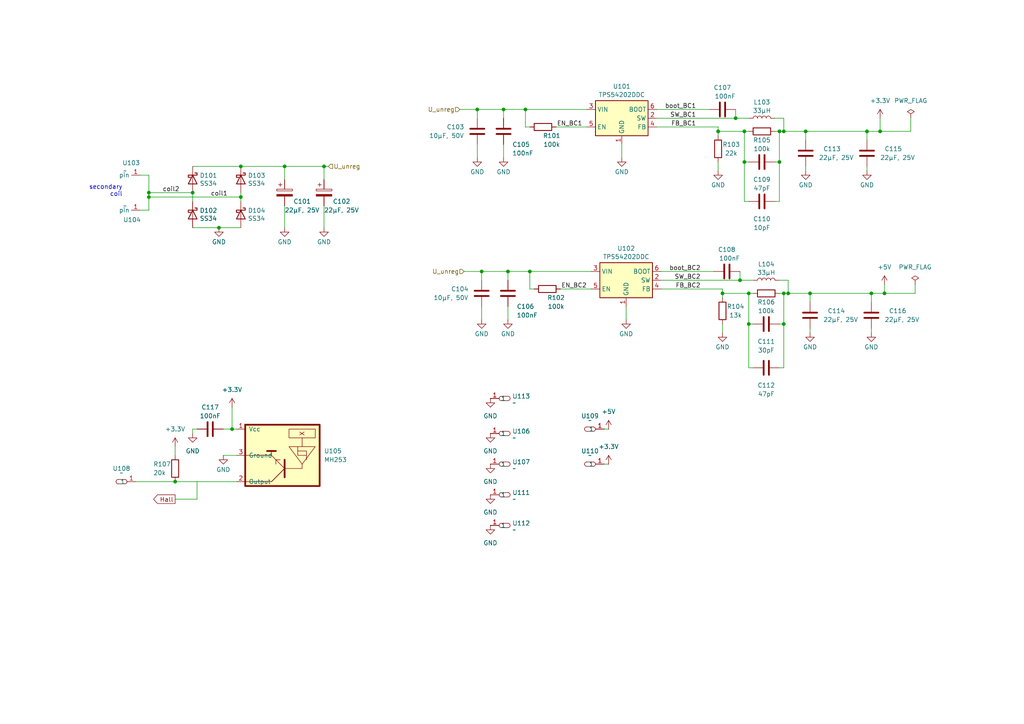
<source format=kicad_sch>
(kicad_sch (version 20231120) (generator "eeschema") (generator_version "8.0")
  (paper "A4")
  (lib_symbols
    (symbol "+3.3V_1" (power) (pin_numbers hide) (pin_names (offset 0) hide)
      (property "Value" "+3.3V" (at 0 3.556 0))
      (symbol "+3.3V_1_0_1"
        (polyline (pts (xy -0.762 1.27) (xy 0 2.54)))
        (polyline (pts (xy 0 0) (xy 0 2.54)))
        (polyline (pts (xy 0 2.54) (xy 0.762 1.27)))
      )
      (symbol "+3.3V_1_1_1"
        (pin power_in line (at 0 0 90) (length 0) (name "~") (number "1"))
      )
    )
    (symbol "+5V_1" (power) (pin_numbers hide) (pin_names (offset 0) hide)
      (property "Value" "+5V" (at 0 3.556 0))
      (symbol "+5V_1_0_1"
        (polyline (pts (xy -0.762 1.27) (xy 0 2.54)))
        (polyline (pts (xy 0 0) (xy 0 2.54)))
        (polyline (pts (xy 0 2.54) (xy 0.762 1.27)))
      )
      (symbol "+5V_1_1_1"
        (pin power_in line (at 0 0 90) (length 0) (name "~") (number "1"))
      )
    )
    (symbol "D_Schottky_1" (pin_numbers hide) (pin_names (offset 1.016) hide)
      (property "Reference" "D201" (at -1.1684 2.032 90))
      (property "Value" "SS34" (at 1.143 2.032 90))
      (symbol "D_Schottky_1_0_1"
        (polyline (pts (xy 1.27 0) (xy -1.27 0)))
        (polyline (pts (xy 1.27 1.27) (xy 1.27 -1.27) (xy -1.27 0) (xy 1.27 1.27)) (stroke (width 0.254)))
        (polyline (pts (xy -1.905 0.635) (xy -1.905 1.27) (xy -1.27 1.27) (xy -1.27 -1.27) (xy -0.635 -1.27) (xy -0.635 -0.635)) (stroke (width 0.254)))
      )
      (symbol "D_Schottky_1_1_1"
        (pin passive line (at -3.81 0 0) (length 2.54) (name "K") (number "1"))
        (pin passive line (at 3.81 0 180) (length 2.54) (name "A") (number "2"))
      )
    )
    (symbol "Device:C" (pin_numbers hide) (pin_names (offset 0.254))
      (property "Reference" "C" (at 0.635 2.54 0))
      (property "Value" "C" (at 0.635 -2.54 0))
      (symbol "C_0_1"
        (polyline (pts (xy -2.032 -0.762) (xy 2.032 -0.762)) (stroke (width 0.508)))
        (polyline (pts (xy -2.032 0.762) (xy 2.032 0.762)) (stroke (width 0.508)))
      )
      (symbol "C_1_1"
        (pin passive line (at 0 3.81 270) (length 2.794) (name "~") (number "1"))
        (pin passive line (at 0 -3.81 90) (length 2.794) (name "~") (number "2"))
      )
    )
    (symbol "Device:D_Schottky" (pin_numbers hide) (pin_names (offset 1.016) hide)
      (property "Reference" "D" (at 0 2.54 0))
      (property "Value" "D_Schottky" (at 0 -2.54 0))
      (symbol "D_Schottky_0_1"
        (polyline (pts (xy 1.27 0) (xy -1.27 0)))
        (polyline (pts (xy 1.27 1.27) (xy 1.27 -1.27) (xy -1.27 0) (xy 1.27 1.27)) (stroke (width 0.254)))
        (polyline (pts (xy -1.905 0.635) (xy -1.905 1.27) (xy -1.27 1.27) (xy -1.27 -1.27) (xy -0.635 -1.27) (xy -0.635 -0.635)) (stroke (width 0.254)))
      )
      (symbol "D_Schottky_1_1"
        (pin passive line (at -3.81 0 0) (length 2.54) (name "K") (number "1"))
        (pin passive line (at 3.81 0 180) (length 2.54) (name "A") (number "2"))
      )
    )
    (symbol "Device:L" (pin_numbers hide) (pin_names (offset 1.016) hide)
      (property "Reference" "L" (at -1.27 0 90))
      (property "Value" "L" (at 1.905 0 90))
      (symbol "L_0_1"
        (arc (start 0 -2.54) (mid 0.6323 -1.905) (end 0 -1.27))
        (arc (start 0 -1.27) (mid 0.6323 -0.635) (end 0 0))
        (arc (start 0 0) (mid 0.6323 0.635) (end 0 1.27))
        (arc (start 0 1.27) (mid 0.6323 1.905) (end 0 2.54))
      )
      (symbol "L_1_1"
        (pin passive line (at 0 3.81 270) (length 1.27) (name "1") (number "1"))
        (pin passive line (at 0 -3.81 90) (length 1.27) (name "2") (number "2"))
      )
    )
    (symbol "Device:R" (pin_numbers hide) (pin_names (offset 0))
      (property "Reference" "R" (at 2.032 0 90))
      (property "Value" "R" (at 0 0 90))
      (symbol "R_0_1"
        (rectangle (start -1.016 -2.54) (end 1.016 2.54) (stroke (width 0.254)))
      )
      (symbol "R_1_1"
        (pin passive line (at 0 3.81 270) (length 1.27) (name "~") (number "1"))
        (pin passive line (at 0 -3.81 90) (length 1.27) (name "~") (number "2"))
      )
    )
    (symbol "GND_1" (power) (pin_numbers hide) (pin_names (offset 0) hide)
      (property "Value" "GND" (at 0 -3.81 0))
      (symbol "GND_1_0_1"
        (polyline (pts (xy 0 0) (xy 0 -1.27) (xy 1.27 -1.27) (xy 0 -2.54) (xy -1.27 -1.27) (xy 0 -1.27)))
      )
      (symbol "GND_1_1_1"
        (pin power_in line (at 0 0 270) (length 0) (name "~") (number "1"))
      )
    )
    (symbol "GND_2" (power) (pin_numbers hide) (pin_names (offset 0) hide)
      (property "Value" "GND" (at 0 -3.81 0))
      (symbol "GND_2_0_1"
        (polyline (pts (xy 0 0) (xy 0 -1.27) (xy 1.27 -1.27) (xy 0 -2.54) (xy -1.27 -1.27) (xy 0 -1.27)))
      )
      (symbol "GND_2_1_1"
        (pin power_in line (at 0 0 270) (length 0) (name "~") (number "1"))
      )
    )
    (symbol "RD40_display_SMD-rescue:CP-Device" (pin_numbers hide) (pin_names (offset 0.254))
      (property "Reference" "C" (at 0.635 2.54 0))
      (property "Value" "Device_CP" (at 0.635 -2.54 0))
      (symbol "CP-Device_0_1"
        (rectangle (start -2.286 0.508) (end 2.286 1.016))
        (polyline (pts (xy -1.778 2.286) (xy -0.762 2.286)))
        (polyline (pts (xy -1.27 2.794) (xy -1.27 1.778)))
        (rectangle (start 2.286 -0.508) (end -2.286 -1.016) (fill (type outline)))
      )
      (symbol "CP-Device_1_1"
        (pin passive line (at 0 3.81 270) (length 2.794) (name "~") (number "1"))
        (pin passive line (at 0 -3.81 90) (length 2.794) (name "~") (number "2"))
      )
    )
    (symbol "Regulator_Switching:TPS54202DDC"
      (property "Reference" "U" (at -7.62 6.35 0))
      (property "Value" "TPS54202DDC" (at 0 6.35 0))
      (symbol "TPS54202DDC_0_1"
        (rectangle (start -7.62 5.08) (end 7.62 -5.08) (stroke (width 0.254)) (fill (type background)))
      )
      (symbol "TPS54202DDC_1_1"
        (pin power_in line (at 0 -7.62 90) (length 2.54) (name "GND") (number "1"))
        (pin power_out line (at 10.16 0 180) (length 2.54) (name "SW") (number "2"))
        (pin power_in line (at -10.16 2.54 0) (length 2.54) (name "VIN") (number "3"))
        (pin input line (at 10.16 -2.54 180) (length 2.54) (name "FB") (number "4"))
        (pin input line (at -10.16 -2.54 0) (length 2.54) (name "EN") (number "5"))
        (pin passive line (at 10.16 2.54 180) (length 2.54) (name "BOOT") (number "6"))
      )
    )
    (symbol "a3144:MH253" (pin_names (offset 1.016))
      (property "Reference" "U" (at -1.27 3.81 0))
      (property "Value" "MH253" (at -1.27 1.27 0))
      (symbol "MH253_0_0"
        (polyline (pts (xy -2.54 -13.97) (xy -2.54 -16.51)) (stroke (width 0.508)))
        (polyline (pts (xy -1.27 -17.78) (xy -1.27 -22.86)))
        (polyline (pts (xy -1.27 -15.24) (xy -2.54 -15.24)))
        (polyline (pts (xy -1.27 -15.24) (xy -1.27 -17.78)))
        (polyline (pts (xy 0 -11.43) (xy 5.08 -11.43)) (stroke (width 0.508)))
        (polyline (pts (xy 2.54 -11.43) (xy 6.35 -15.24)))
        (polyline (pts (xy 6.35 -17.78) (xy 6.35 -22.86)))
        (polyline (pts (xy 6.35 -15.24) (xy 6.35 -17.78)))
        (polyline (pts (xy 1.27 -6.35) (xy 2.54 -6.35) (xy 2.54 -11.43)))
        (polyline (pts (xy 0 -13.97) (xy 1.27 -13.97) (xy 0 -13.97) (xy 0 -12.7)))
        (polyline (pts (xy 2.54 -11.43) (xy -1.27 -15.24) (xy 2.54 -11.43) (xy 6.35 -15.24)))
        (polyline (pts (xy -10.16 -22.86) (xy 7.62 -22.86) (xy 7.62 -1.27) (xy -10.16 -1.27) (xy -10.16 -22.86)) (stroke (width 0.508)) (fill (type background)))
        (text "X" (at -7.62 -6.35 0) (effects (font (size 1.27 1.27))))
      )
      (symbol "MH253_0_1"
        (polyline (pts (xy -3.81 -6.35) (xy -6.35 -6.35)))
        (polyline (pts (xy 1.27 -6.35) (xy -3.81 -2.54) (xy -3.81 -10.16) (xy 1.27 -6.35)))
        (polyline (pts (xy -6.35 -2.54) (xy -8.89 -2.54) (xy -8.89 -10.16) (xy -6.35 -10.16) (xy -6.35 -2.54)))
        (polyline (pts (xy -3.81 -7.62) (xy -1.27 -7.62) (xy -1.27 -5.08) (xy 0 -5.08) (xy -2.54 -5.08) (xy -2.54 -7.62) (xy -2.54 -6.35) (xy -2.54 -7.62)))
      )
      (symbol "MH253_1_1"
        (pin input line (at -8.89 -25.4 90) (length 2.54) (name "Vcc") (number "1"))
        (pin input line (at 6.35 -25.4 90) (length 2.54) (name "Output") (number "2"))
        (pin input line (at -1.27 -25.4 90) (length 2.54) (name "Ground") (number "3"))
      )
    )
    (symbol "my_symbols:pin"
      (property "Reference" "U" (at 0 2.286 0))
      (symbol "pin_1_1"
        (pin input line (at -2.54 0 0) (length 2.54) (name "pin") (number "1"))
      )
    )
    (symbol "my_symbols:slot1"
      (property "Reference" "U" (at 0 3.302 0))
      (symbol "slot1_0_1"
        (polyline (pts (xy 0.635 -0.635) (xy 2.54 -0.635)))
        (polyline (pts (xy 0.635 0.635) (xy 2.54 0.635)))
        (arc (start 0 0) (mid 0.186 -0.449) (end 0.635 -0.635))
        (arc (start 0.635 0.635) (mid 0.186 0.449) (end 0 0))
        (arc (start 2.54 -0.635) (mid 2.989 -0.449) (end 3.175 0))
        (arc (start 3.175 0) (mid 2.989 0.449) (end 2.54 0.635))
      )
      (symbol "slot1_1_1"
        (pin input line (at -2.54 0 0) (length 2.54) (name "1") (number "1"))
      )
    )
    (symbol "power:+3.3V" (power) (pin_names (offset 0))
      (property "Value" "+3.3V" (at 0 3.556 0))
      (symbol "+3.3V_0_1"
        (polyline (pts (xy -0.762 1.27) (xy 0 2.54)))
        (polyline (pts (xy 0 0) (xy 0 2.54)))
        (polyline (pts (xy 0 2.54) (xy 0.762 1.27)))
      )
      (symbol "+3.3V_1_1"
        (pin power_in line (at 0 0 90) (length 0) hide (name "+3.3V") (number "1"))
      )
    )
    (symbol "power:+5V" (power) (pin_names (offset 0))
      (property "Value" "+5V" (at 0 3.556 0))
      (symbol "+5V_0_1"
        (polyline (pts (xy -0.762 1.27) (xy 0 2.54)))
        (polyline (pts (xy 0 0) (xy 0 2.54)))
        (polyline (pts (xy 0 2.54) (xy 0.762 1.27)))
      )
      (symbol "+5V_1_1"
        (pin power_in line (at 0 0 90) (length 0) hide (name "+5V") (number "1"))
      )
    )
    (symbol "power:GND" (power) (pin_names (offset 0))
      (property "Value" "GND" (at 0 -3.81 0))
      (symbol "GND_0_1"
        (polyline (pts (xy 0 0) (xy 0 -1.27) (xy 1.27 -1.27) (xy 0 -2.54) (xy -1.27 -1.27) (xy 0 -1.27)))
      )
      (symbol "GND_1_1"
        (pin power_in line (at 0 0 270) (length 0) hide (name "GND") (number "1"))
      )
    )
    (symbol "power:PWR_FLAG" (power) (pin_numbers hide) (pin_names (offset 0) hide)
      (property "Value" "PWR_FLAG" (at 0 3.81 0))
      (symbol "PWR_FLAG_0_0"
        (pin power_out line (at 0 0 90) (length 0) (name "pwr") (number "1"))
      )
      (symbol "PWR_FLAG_0_1"
        (polyline (pts (xy 0 0) (xy 0 1.27) (xy -1.016 1.905) (xy 0 2.54) (xy 1.016 1.905) (xy 0 1.27)))
      )
    )
  )
  (junction (at 138.43 31.75))
  (junction (at 215.9 46.99))
  (junction (at 152.4 31.75))
  (junction (at 208.28 38.1))
  (junction (at 43.18 57.15))
  (junction (at 67.31 124.46))
  (junction (at 228.6 85.09))
  (junction (at 82.55 48.26))
  (junction (at 55.88 55.88))
  (junction (at 93.98 48.26))
  (junction (at 50.8 139.7))
  (junction (at 213.36 34.29))
  (junction (at 217.17 93.98))
  (junction (at 234.95 85.09))
  (junction (at 256.54 85.09))
  (junction (at 153.67 78.74))
  (junction (at 226.06 46.99))
  (junction (at 43.18 55.88))
  (junction (at 214.63 81.28))
  (junction (at 215.9 38.1))
  (junction (at 227.33 93.98))
  (junction (at 217.17 85.09))
  (junction (at 139.7 78.74))
  (junction (at 251.46 38.1))
  (junction (at 69.85 48.26))
  (junction (at 227.33 38.1))
  (junction (at 147.32 78.74))
  (junction (at 146.05 31.75))
  (junction (at 209.55 85.09))
  (junction (at 226.06 38.1))
  (junction (at 227.33 85.09))
  (junction (at 69.85 57.15))
  (junction (at 252.73 85.09))
  (junction (at 233.68 38.1))
  (junction (at 63.5 66.04))
  (junction (at 255.27 38.1))
  (wire (pts (xy 214.63 78.74) (xy 214.63 81.28)))
  (wire (pts (xy 191.77 78.74) (xy 207.01 78.74)))
  (wire (pts (xy 227.33 85.09) (xy 226.06 85.09)))
  (wire (pts (xy 43.18 57.15) (xy 69.85 57.15)))
  (wire (pts (xy 154.94 83.82) (xy 153.67 83.82)))
  (wire (pts (xy 252.73 95.25) (xy 252.73 96.52)))
  (wire (pts (xy 213.36 34.29) (xy 217.17 34.29)))
  (wire (pts (xy 57.15 144.78) (xy 57.15 139.7)))
  (wire (pts (xy 39.37 139.7) (xy 50.8 139.7)))
  (wire (pts (xy 233.68 40.64) (xy 233.68 38.1)))
  (wire (pts (xy 43.18 50.8) (xy 40.64 50.8)))
  (wire (pts (xy 209.55 85.09) (xy 217.17 85.09)))
  (wire (pts (xy 217.17 46.99) (xy 215.9 46.99)))
  (wire (pts (xy 234.95 87.63) (xy 234.95 85.09)))
  (wire (pts (xy 67.31 118.11) (xy 67.31 124.46)))
  (wire (pts (xy 215.9 58.42) (xy 215.9 46.99)))
  (wire (pts (xy 55.88 55.88) (xy 43.18 55.88)))
  (wire (pts (xy 226.06 81.28) (xy 228.6 81.28)))
  (wire (pts (xy 217.17 106.68) (xy 217.17 93.98)))
  (wire (pts (xy 252.73 87.63) (xy 252.73 85.09)))
  (wire (pts (xy 175.26 124.46) (xy 176.53 124.46)))
  (wire (pts (xy 215.9 38.1) (xy 217.17 38.1)))
  (wire (pts (xy 146.05 31.75) (xy 152.4 31.75)))
  (wire (pts (xy 175.26 134.62) (xy 176.53 134.62)))
  (wire (pts (xy 139.7 78.74) (xy 139.7 81.28)))
  (wire (pts (xy 43.18 60.96) (xy 43.18 57.15)))
  (wire (pts (xy 226.06 106.68) (xy 227.33 106.68)))
  (wire (pts (xy 234.95 95.25) (xy 234.95 96.52)))
  (wire (pts (xy 50.8 144.78) (xy 57.15 144.78)))
  (wire (pts (xy 227.33 93.98) (xy 227.33 85.09)))
  (wire (pts (xy 218.44 93.98) (xy 217.17 93.98)))
  (wire (pts (xy 55.88 55.88) (xy 55.88 58.42)))
  (wire (pts (xy 93.98 59.69) (xy 93.98 66.04)))
  (wire (pts (xy 152.4 36.83) (xy 153.67 36.83)))
  (wire (pts (xy 55.88 124.46) (xy 57.15 124.46)))
  (wire (pts (xy 146.05 31.75) (xy 146.05 34.29)))
  (wire (pts (xy 147.32 78.74) (xy 147.32 81.28)))
  (wire (pts (xy 226.06 58.42) (xy 226.06 46.99)))
  (wire (pts (xy 217.17 58.42) (xy 215.9 58.42)))
  (wire (pts (xy 133.35 31.75) (xy 138.43 31.75)))
  (wire (pts (xy 214.63 81.28) (xy 218.44 81.28)))
  (wire (pts (xy 208.28 36.83) (xy 208.28 38.1)))
  (wire (pts (xy 190.5 31.75) (xy 205.74 31.75)))
  (wire (pts (xy 208.28 39.37) (xy 208.28 38.1)))
  (wire (pts (xy 139.7 78.74) (xy 147.32 78.74)))
  (wire (pts (xy 69.85 57.15) (xy 69.85 58.42)))
  (wire (pts (xy 209.55 85.09) (xy 209.55 83.82)))
  (wire (pts (xy 224.79 46.99) (xy 226.06 46.99)))
  (wire (pts (xy 55.88 66.04) (xy 63.5 66.04)))
  (wire (pts (xy 217.17 93.98) (xy 217.17 85.09)))
  (wire (pts (xy 256.54 82.55) (xy 256.54 85.09)))
  (wire (pts (xy 153.67 78.74) (xy 171.45 78.74)))
  (wire (pts (xy 228.6 85.09) (xy 227.33 85.09)))
  (wire (pts (xy 138.43 41.91) (xy 138.43 45.72)))
  (wire (pts (xy 215.9 46.99) (xy 215.9 38.1)))
  (wire (pts (xy 93.98 48.26) (xy 93.98 52.07)))
  (wire (pts (xy 227.33 38.1) (xy 226.06 38.1)))
  (wire (pts (xy 64.77 132.08) (xy 68.58 132.08)))
  (wire (pts (xy 264.16 38.1) (xy 255.27 38.1)))
  (wire (pts (xy 251.46 40.64) (xy 251.46 38.1)))
  (wire (pts (xy 255.27 34.29) (xy 255.27 38.1)))
  (wire (pts (xy 226.06 38.1) (xy 224.79 38.1)))
  (wire (pts (xy 234.95 85.09) (xy 228.6 85.09)))
  (wire (pts (xy 64.77 124.46) (xy 67.31 124.46)))
  (wire (pts (xy 153.67 83.82) (xy 153.67 78.74)))
  (wire (pts (xy 209.55 86.36) (xy 209.55 85.09)))
  (wire (pts (xy 208.28 46.99) (xy 208.28 49.53)))
  (wire (pts (xy 213.36 31.75) (xy 213.36 34.29)))
  (wire (pts (xy 251.46 48.26) (xy 251.46 49.53)))
  (wire (pts (xy 82.55 48.26) (xy 82.55 52.07)))
  (wire (pts (xy 138.43 31.75) (xy 138.43 34.29)))
  (wire (pts (xy 161.29 36.83) (xy 170.18 36.83)))
  (wire (pts (xy 134.62 78.74) (xy 139.7 78.74)))
  (wire (pts (xy 69.85 55.88) (xy 69.85 57.15)))
  (wire (pts (xy 251.46 38.1) (xy 233.68 38.1)))
  (wire (pts (xy 146.05 41.91) (xy 146.05 45.72)))
  (wire (pts (xy 40.64 60.96) (xy 43.18 60.96)))
  (wire (pts (xy 228.6 81.28) (xy 228.6 85.09)))
  (wire (pts (xy 43.18 57.15) (xy 43.18 55.88)))
  (wire (pts (xy 252.73 85.09) (xy 234.95 85.09)))
  (wire (pts (xy 233.68 38.1) (xy 227.33 38.1)))
  (wire (pts (xy 265.43 85.09) (xy 265.43 82.55)))
  (wire (pts (xy 208.28 38.1) (xy 215.9 38.1)))
  (wire (pts (xy 181.61 88.9) (xy 181.61 92.71)))
  (wire (pts (xy 63.5 66.04) (xy 69.85 66.04)))
  (wire (pts (xy 226.06 93.98) (xy 227.33 93.98)))
  (wire (pts (xy 191.77 81.28) (xy 214.63 81.28)))
  (wire (pts (xy 233.68 48.26) (xy 233.68 49.53)))
  (wire (pts (xy 190.5 34.29) (xy 213.36 34.29)))
  (wire (pts (xy 251.46 38.1) (xy 255.27 38.1)))
  (wire (pts (xy 217.17 85.09) (xy 218.44 85.09)))
  (wire (pts (xy 69.85 48.26) (xy 82.55 48.26)))
  (wire (pts (xy 209.55 93.98) (xy 209.55 96.52)))
  (wire (pts (xy 139.7 88.9) (xy 139.7 92.71)))
  (wire (pts (xy 226.06 46.99) (xy 226.06 38.1)))
  (wire (pts (xy 55.88 48.26) (xy 69.85 48.26)))
  (wire (pts (xy 224.79 34.29) (xy 227.33 34.29)))
  (wire (pts (xy 264.16 34.29) (xy 264.16 38.1)))
  (wire (pts (xy 162.56 83.82) (xy 171.45 83.82)))
  (wire (pts (xy 138.43 31.75) (xy 146.05 31.75)))
  (wire (pts (xy 82.55 59.69) (xy 82.55 66.04)))
  (wire (pts (xy 180.34 41.91) (xy 180.34 45.72)))
  (wire (pts (xy 43.18 55.88) (xy 43.18 50.8)))
  (wire (pts (xy 152.4 36.83) (xy 152.4 31.75)))
  (wire (pts (xy 252.73 85.09) (xy 256.54 85.09)))
  (wire (pts (xy 82.55 48.26) (xy 93.98 48.26)))
  (wire (pts (xy 67.31 124.46) (xy 68.58 124.46)))
  (wire (pts (xy 147.32 88.9) (xy 147.32 92.71)))
  (wire (pts (xy 50.8 139.7) (xy 68.58 139.7)))
  (wire (pts (xy 152.4 31.75) (xy 170.18 31.75)))
  (wire (pts (xy 256.54 85.09) (xy 265.43 85.09)))
  (wire (pts (xy 50.8 129.54) (xy 50.8 132.08)))
  (wire (pts (xy 218.44 106.68) (xy 217.17 106.68)))
  (wire (pts (xy 227.33 34.29) (xy 227.33 38.1)))
  (wire (pts (xy 208.28 36.83) (xy 190.5 36.83)))
  (wire (pts (xy 55.88 125.73) (xy 55.88 124.46)))
  (wire (pts (xy 147.32 78.74) (xy 153.67 78.74)))
  (wire (pts (xy 209.55 83.82) (xy 191.77 83.82)))
  (wire (pts (xy 227.33 106.68) (xy 227.33 93.98)))
  (wire (pts (xy 224.79 58.42) (xy 226.06 58.42)))
  (wire (pts (xy 93.98 48.26) (xy 95.25 48.26)))
  (text "secondary\ncoil" (at 35.56 57.15 0) (effects (font (size 1.27 1.27)) (justify right bottom)))
  (label "EN_BC2" (at 170.18 83.82 180))
  (label "coil2" (at 52.07 55.88 180))
  (label "coil1" (at 66.04 57.15 180))
  (label "boot_BC1" (at 201.93 31.75 180))
  (label "SW_BC2" (at 203.2 81.28 180))
  (label "FB_BC2" (at 203.2 83.82 180))
  (label "boot_BC2" (at 203.2 78.74 180))
  (label "FB_BC1" (at 201.93 36.83 180))
  (label "EN_BC1" (at 168.91 36.83 180))
  (label "SW_BC1" (at 201.93 34.29 180))
  (global_label "Hall" (shape output) (at 50.8 144.78 180) (property "Intersheetrefs" "${INTERSHEET_REFS}" (effects (hide yes))))
  (hierarchical_label "U_unreg" (shape input) (at 95.25 48.26 0))
  (hierarchical_label "U_unreg" (shape input) (at 133.35 31.75 180))
  (hierarchical_label "U_unreg" (shape input) (at 134.62 78.74 180))
  (symbol (lib_id "Device:D_Schottky") (at 69.85 52.07 270) (unit 1)
    (property "Reference" "D103" (at 71.882 50.9016 90) (effects (justify left)))
    (property "Value" "SS34" (at 71.882 53.213 90) (effects (justify left)))
    (property "Footprint" "my_footprints:DIOM7959X265N" (effects (hide yes)))
    (property "LCSC" "C8678" (effects (hide yes)))
  )
  (symbol (lib_id "Device:C") (at 60.96 124.46 270) (unit 1)
    (property "Reference" "C117" (at 60.96 118.11 90))
    (property "Value" "100nF" (at 60.96 120.65 90))
    (property "Footprint" "Capacitor_SMD:C_0402_1005Metric" (effects (hide yes)))
    (property "LCSC" "C307331" (effects (hide yes)))
  )
  (symbol (lib_id "Device:L") (at 220.98 34.29 90) (unit 1)
    (property "Reference" "L103" (at 220.98 29.6404 90))
    (property "Value" "33µH" (at 220.98 32.0646 90))
    (property "Footprint" "Inductor_SMD:L_Bourns_SRP7028A_7.3x6.6mm" (effects (hide yes)))
    (property "LCSC" "C177245" (effects (hide yes)))
  )
  (symbol (lib_id "Device:C") (at 233.68 44.45 0) (unit 1)
    (property "Reference" "C113" (at 238.76 43.18 0) (effects (justify left)))
    (property "Value" "22µF, 25V" (at 237.49 45.72 0) (effects (justify left)))
    (property "Footprint" "Capacitor_SMD:C_1206_3216Metric" (effects (hide yes)))
    (property "LCSC" "C12891" (effects (hide yes)))
  )
  (symbol (lib_id "power:GND") (at 55.88 125.73 0) (unit 1)
    (property "Reference" "#PWR0119" (effects (hide yes)))
    (property "Value" "GND" (at 55.88 130.81 0))
  )
  (symbol (lib_id "power:GND") (at 138.43 45.72 0) (unit 1)
    (property "Reference" "#PWR0104" (effects (hide yes)))
    (property "Value" "GND" (at 138.43 49.8531 0))
  )
  (symbol (lib_id "power:GND") (at 208.28 49.53 0) (unit 1)
    (property "Reference" "#PWR0110" (effects (hide yes)))
    (property "Value" "GND" (at 208.28 53.6631 0))
  )
  (symbol (lib_id "RD40_display_SMD-rescue:CP-Device") (at 93.98 55.88 0) (unit 1)
    (property "Reference" "C102" (at 96.52 58.42 0) (effects (justify left)))
    (property "Value" "22µF, 25V" (at 93.98 60.96 0) (effects (justify left)))
    (property "Footprint" "Capacitor_SMD:C_0805_2012Metric" (effects (hide yes)))
    (property "LCSC" "C45783" (effects (hide yes)))
  )
  (symbol (lib_id "RD40_display_SMD-rescue:CP-Device") (at 82.55 55.88 0) (unit 1)
    (property "Reference" "C101" (at 85.09 58.42 0) (effects (justify left)))
    (property "Value" "22µF, 25V" (at 82.55 60.96 0) (effects (justify left)))
    (property "Footprint" "Capacitor_SMD:C_0805_2012Metric" (effects (hide yes)))
    (property "LCSC" "C45783" (effects (hide yes)))
  )
  (symbol (lib_id "Device:R") (at 209.55 90.17 180) (unit 1)
    (property "Reference" "R104" (at 213.36 88.9 0))
    (property "Value" "13k" (at 213.36 91.44 0))
    (property "Footprint" "Resistor_SMD:R_0603_1608Metric" (effects (hide yes)))
    (property "LCSC" "C22797" (effects (hide yes)))
  )
  (symbol (lib_id "Device:L") (at 222.25 81.28 90) (unit 1)
    (property "Reference" "L104" (at 222.25 76.6304 90))
    (property "Value" "33µH" (at 222.25 79.0546 90))
    (property "Footprint" "Inductor_SMD:L_Bourns_SRP7028A_7.3x6.6mm" (effects (hide yes)))
    (property "LCSC" "C177245" (effects (hide yes)))
  )
  (symbol (lib_id "Device:R") (at 208.28 43.18 180) (unit 1)
    (property "Reference" "R103" (at 212.09 41.91 0))
    (property "Value" "22k" (at 212.09 44.45 0))
    (property "Footprint" "Resistor_SMD:R_0402_1005Metric" (effects (hide yes)))
    (property "LCSC" "C25768" (effects (hide yes)))
  )
  (symbol (lib_id "Device:C") (at 222.25 106.68 270) (unit 1)
    (property "Reference" "C112" (at 222.25 111.76 90))
    (property "Value" "47pF" (at 222.25 114.3 90))
    (property "Footprint" "Capacitor_SMD:C_0402_1005Metric" (effects (hide yes)))
    (property "LCSC" "C1567" (effects (hide yes)))
  )
  (symbol (lib_id "my_symbols:slot1") (at 144.78 134.62 0) (unit 1)
    (property "Reference" "U107" (at 148.59 133.9849 0) (effects (justify left)))
    (property "Value" "~" (at 148.59 135.89 0) (effects (justify left)))
    (property "Footprint" "my_footprints:slot_short" (effects (hide yes)))
  )
  (symbol (lib_id "Device:C") (at 220.98 46.99 270) (unit 1)
    (property "Reference" "C109" (at 220.98 52.07 90))
    (property "Value" "47pF" (at 220.98 54.61 90))
    (property "Footprint" "Capacitor_SMD:C_0402_1005Metric" (effects (hide yes)))
    (property "LCSC" "C1567" (effects (hide yes)))
  )
  (symbol (lib_id "Device:C") (at 138.43 38.1 0) (unit 1)
    (property "Reference" "C103" (at 129.54 36.83 0) (effects (justify left)))
    (property "Value" "10µF, 50V" (at 124.46 39.37 0) (effects (justify left)))
    (property "Footprint" "Capacitor_SMD:C_1206_3216Metric" (effects (hide yes)))
    (property "LCSC" "C13585" (effects (hide yes)))
  )
  (symbol (lib_id "power:GND") (at 64.77 132.08 0) (unit 1)
    (property "Reference" "#PWR0120" (effects (hide yes)))
    (property "Value" "GND" (at 64.77 136.2131 0))
  )
  (symbol (lib_name "GND_2") (lib_id "power:GND") (at 142.24 134.62 0) (unit 1)
    (property "Reference" "#PWR0123" (effects (hide yes)))
    (property "Value" "GND" (at 142.24 139.7 0))
    (property "Description" "Power symbol creates a global label with name \"GND\" , ground" (effects (hide yes)))
  )
  (symbol (lib_id "power:GND") (at 147.32 92.71 0) (unit 1)
    (property "Reference" "#PWR0107" (effects (hide yes)))
    (property "Value" "GND" (at 147.32 96.8431 0))
  )
  (symbol (lib_id "power:+3.3V") (at 50.8 129.54 0) (unit 1)
    (property "Reference" "#PWR0118" (effects (hide yes)))
    (property "Value" "+3.3V" (at 50.8 124.46 0))
  )
  (symbol (lib_id "Device:C") (at 139.7 85.09 0) (unit 1)
    (property "Reference" "C104" (at 130.81 83.82 0) (effects (justify left)))
    (property "Value" "10µF, 50V" (at 125.73 86.36 0) (effects (justify left)))
    (property "Footprint" "Capacitor_SMD:C_1206_3216Metric" (effects (hide yes)))
    (property "LCSC" "C13585" (effects (hide yes)))
  )
  (symbol (lib_name "GND_1") (lib_id "power:GND") (at 142.24 143.51 0) (unit 1)
    (property "Reference" "#PWR0128" (effects (hide yes)))
    (property "Value" "GND" (at 142.24 148.59 0))
    (property "Description" "Power symbol creates a global label with name \"GND\" , ground" (effects (hide yes)))
  )
  (symbol (lib_name "GND_1") (lib_id "power:GND") (at 142.24 152.4 0) (unit 1)
    (property "Reference" "#PWR0129" (effects (hide yes)))
    (property "Value" "GND" (at 142.24 157.48 0))
    (property "Description" "Power symbol creates a global label with name \"GND\" , ground" (effects (hide yes)))
  )
  (symbol (lib_id "my_symbols:slot1") (at 144.78 143.51 0) (unit 1)
    (property "Reference" "U111" (at 148.59 142.8749 0) (effects (justify left)))
    (property "Value" "~" (at 148.59 144.78 0) (effects (justify left)))
    (property "Footprint" "my_footprints:slot_long" (effects (hide yes)))
  )
  (symbol (lib_id "power:GND") (at 181.61 92.71 0) (unit 1)
    (property "Reference" "#PWR0109" (effects (hide yes)))
    (property "Value" "GND" (at 181.61 96.8431 0))
  )
  (symbol (lib_id "power:GND") (at 234.95 96.52 0) (unit 1)
    (property "Reference" "#PWR0113" (effects (hide yes)))
    (property "Value" "GND" (at 234.95 100.6531 0))
  )
  (symbol (lib_id "my_symbols:slot1") (at 172.72 124.46 180) (unit 1)
    (property "Reference" "U109" (at 171.1325 120.65 0))
    (property "Value" "~" (at 171.1325 121.92 0))
    (property "Footprint" "my_footprints:slot_short" (effects (hide yes)))
  )
  (symbol (lib_id "Device:C") (at 252.73 91.44 0) (unit 1)
    (property "Reference" "C116" (at 257.81 90.17 0) (effects (justify left)))
    (property "Value" "22µF, 25V" (at 256.54 92.71 0) (effects (justify left)))
    (property "Footprint" "Capacitor_SMD:C_1206_3216Metric" (effects (hide yes)))
    (property "LCSC" "C12891" (effects (hide yes)))
  )
  (symbol (lib_id "Device:C") (at 146.05 38.1 0) (unit 1)
    (property "Reference" "C105" (at 148.59 41.91 0) (effects (justify left)))
    (property "Value" "100nF" (at 148.59 44.45 0) (effects (justify left)))
    (property "Footprint" "Capacitor_SMD:C_0402_1005Metric" (effects (hide yes)))
    (property "LCSC" "C307331" (effects (hide yes)))
  )
  (symbol (lib_id "power:GND") (at 233.68 49.53 0) (unit 1)
    (property "Reference" "#PWR0112" (effects (hide yes)))
    (property "Value" "GND" (at 233.68 53.6631 0))
  )
  (symbol (lib_id "a3144:MH253") (at 93.98 133.35 270) (unit 1)
    (property "Reference" "U105" (at 93.98 130.81 90) (effects (justify left)))
    (property "Value" "MH253" (at 93.98 133.35 90) (effects (justify left)))
    (property "Footprint" "my_footprints:MH253" (effects (hide yes)))
    (property "LSCS" "C114369" (effects (hide yes)))
  )
  (symbol (lib_id "power:GND") (at 252.73 96.52 0) (unit 1)
    (property "Reference" "#PWR0115" (effects (hide yes)))
    (property "Value" "GND" (at 252.73 100.6531 0))
  )
  (symbol (lib_id "power:GND") (at 93.98 66.04 0) (unit 1)
    (property "Reference" "#PWR0103" (effects (hide yes)))
    (property "Value" "GND" (at 93.98 70.1731 0))
  )
  (symbol (lib_id "power:GND") (at 209.55 96.52 0) (unit 1)
    (property "Reference" "#PWR0111" (effects (hide yes)))
    (property "Value" "GND" (at 209.55 100.6531 0))
  )
  (symbol (lib_id "Device:R") (at 222.25 85.09 90) (unit 1)
    (property "Reference" "R106" (at 222.25 87.63 90))
    (property "Value" "100k" (at 222.25 90.17 90))
    (property "Footprint" "Resistor_SMD:R_0402_1005Metric" (effects (hide yes)))
    (property "LCSC" "C25741" (effects (hide yes)))
  )
  (symbol (lib_id "Device:C") (at 220.98 58.42 270) (unit 1)
    (property "Reference" "C110" (at 220.98 63.5 90))
    (property "Value" "10pF" (at 220.98 66.04 90))
    (property "Footprint" "Capacitor_SMD:C_0402_1005Metric" (effects (hide yes)))
    (property "LCSC" "C32949" (effects (hide yes)))
  )
  (symbol (lib_name "GND_1") (lib_id "power:GND") (at 142.24 125.73 0) (unit 1)
    (property "Reference" "#PWR0122" (effects (hide yes)))
    (property "Value" "GND" (at 142.24 130.81 0))
    (property "Description" "Power symbol creates a global label with name \"GND\" , ground" (effects (hide yes)))
  )
  (symbol (lib_name "+3.3V_1") (lib_id "power:+3.3V") (at 176.53 134.62 0) (unit 1)
    (property "Reference" "#PWR0125" (effects (hide yes)))
    (property "Value" "+3.3V" (at 176.53 129.54 0))
    (property "Description" "Power symbol creates a global label with name \"+3.3V\"" (effects (hide yes)))
  )
  (symbol (lib_id "Device:R") (at 50.8 135.89 0) (unit 1)
    (property "Reference" "R107" (at 44.45 134.62 0) (effects (justify left)))
    (property "Value" "20k" (at 44.45 137.16 0) (effects (justify left)))
    (property "Footprint" "Resistor_SMD:R_0402_1005Metric" (effects (hide yes)))
    (property "LCSC" "C25765" (effects (hide yes)))
  )
  (symbol (lib_id "Device:C") (at 251.46 44.45 0) (unit 1)
    (property "Reference" "C115" (at 256.54 43.18 0) (effects (justify left)))
    (property "Value" "22µF, 25V" (at 255.27 45.72 0) (effects (justify left)))
    (property "Footprint" "Capacitor_SMD:C_1206_3216Metric" (effects (hide yes)))
    (property "LCSC" "C12891" (effects (hide yes)))
  )
  (symbol (lib_id "my_symbols:slot1") (at 144.78 152.4 0) (unit 1)
    (property "Reference" "U112" (at 148.59 151.7649 0) (effects (justify left)))
    (property "Value" "~" (at 148.59 153.67 0) (effects (justify left)))
    (property "Footprint" "my_footprints:slot_long" (effects (hide yes)))
  )
  (symbol (lib_id "Device:D_Schottky") (at 55.88 62.23 270) (unit 1)
    (property "Reference" "D102" (at 57.912 61.0616 90) (effects (justify left)))
    (property "Value" "SS34" (at 57.912 63.373 90) (effects (justify left)))
    (property "Footprint" "my_footprints:DIOM7959X265N" (effects (hide yes)))
    (property "LCSC" "C8678" (effects (hide yes)))
  )
  (symbol (lib_id "Device:C") (at 234.95 91.44 0) (unit 1)
    (property "Reference" "C114" (at 240.03 90.17 0) (effects (justify left)))
    (property "Value" "22µF, 25V" (at 238.76 92.71 0) (effects (justify left)))
    (property "Footprint" "Capacitor_SMD:C_1206_3216Metric" (effects (hide yes)))
    (property "LCSC" "C12891" (effects (hide yes)))
  )
  (symbol (lib_id "power:+3.3V") (at 255.27 34.29 0) (unit 1)
    (property "Reference" "#PWR0116" (effects (hide yes)))
    (property "Value" "+3.3V" (at 255.27 29.21 0))
  )
  (symbol (lib_id "Device:C") (at 210.82 78.74 90) (unit 1)
    (property "Reference" "C108" (at 213.36 72.39 90) (effects (justify left)))
    (property "Value" "100nF" (at 214.63 74.93 90) (effects (justify left)))
    (property "Footprint" "Capacitor_SMD:C_0402_1005Metric" (effects (hide yes)))
    (property "LCSC" "C307331" (effects (hide yes)))
  )
  (symbol (lib_id "power:GND") (at 251.46 49.53 0) (unit 1)
    (property "Reference" "#PWR0114" (effects (hide yes)))
    (property "Value" "GND" (at 251.46 53.6631 0))
  )
  (symbol (lib_id "power:PWR_FLAG") (at 265.43 82.55 0) (unit 1)
    (property "Reference" "#FLG0102" (effects (hide yes)))
    (property "Value" "PWR_FLAG" (at 265.43 77.47 0))
  )
  (symbol (lib_id "Device:C") (at 147.32 85.09 0) (unit 1)
    (property "Reference" "C106" (at 149.86 88.9 0) (effects (justify left)))
    (property "Value" "100nF" (at 149.86 91.44 0) (effects (justify left)))
    (property "Footprint" "Capacitor_SMD:C_0402_1005Metric" (effects (hide yes)))
    (property "LCSC" "C307331" (effects (hide yes)))
  )
  (symbol (lib_id "power:+3.3V") (at 67.31 118.11 0) (unit 1)
    (property "Reference" "#PWR0121" (effects (hide yes)))
    (property "Value" "+3.3V" (at 67.31 113.03 0))
  )
  (symbol (lib_id "Regulator_Switching:TPS54202DDC") (at 181.61 81.28 0) (unit 1)
    (property "Reference" "U102" (at 181.61 72.0557 0))
    (property "Value" "TPS54202DDC" (at 181.61 74.4799 0))
    (property "Footprint" "Package_TO_SOT_SMD:SOT-23-6" (effects (hide yes)))
    (property "Datasheet" "http://www.ti.com/lit/ds/symlink/tps54202.pdf" (effects (hide yes)))
    (property "LCSC" "C191884" (effects (hide yes)))
  )
  (symbol (lib_id "Regulator_Switching:TPS54202DDC") (at 180.34 34.29 0) (unit 1)
    (property "Reference" "U101" (at 180.34 25.0657 0))
    (property "Value" "TPS54202DDC" (at 180.34 27.4899 0))
    (property "Footprint" "Package_TO_SOT_SMD:SOT-23-6" (effects (hide yes)))
    (property "Datasheet" "http://www.ti.com/lit/ds/symlink/tps54202.pdf" (effects (hide yes)))
    (property "LCSC" "C191884" (effects (hide yes)))
  )
  (symbol (lib_id "Device:R") (at 220.98 38.1 90) (unit 1)
    (property "Reference" "R105" (at 220.98 40.64 90))
    (property "Value" "100k" (at 220.98 43.18 90))
    (property "Footprint" "Resistor_SMD:R_0402_1005Metric" (effects (hide yes)))
    (property "LCSC" "C25741" (effects (hide yes)))
  )
  (symbol (lib_id "Device:C") (at 222.25 93.98 270) (unit 1)
    (property "Reference" "C111" (at 222.25 99.06 90))
    (property "Value" "30pF" (at 222.25 101.6 90))
    (property "Footprint" "Capacitor_SMD:C_0603_1608Metric" (effects (hide yes)))
    (property "LCSC" "C1658" (effects (hide yes)))
  )
  (symbol (lib_id "my_symbols:slot1") (at 144.78 115.57 0) (unit 1)
    (property "Reference" "U113" (at 148.59 114.9349 0) (effects (justify left)))
    (property "Value" "~" (at 148.59 116.84 0) (effects (justify left)))
    (property "Footprint" "my_footprints:slot_long" (effects (hide yes)))
  )
  (symbol (lib_id "Device:D_Schottky") (at 69.85 62.23 270) (unit 1)
    (property "Reference" "D104" (at 71.882 61.0616 90) (effects (justify left)))
    (property "Value" "SS34" (at 71.882 63.373 90) (effects (justify left)))
    (property "Footprint" "my_footprints:DIOM7959X265N" (effects (hide yes)))
    (property "LCSC" "C8678" (effects (hide yes)))
  )
  (symbol (lib_name "D_Schottky_1") (lib_id "Device:D_Schottky") (at 55.88 52.07 270) (unit 1)
    (property "Reference" "D101" (at 57.912 50.9016 90) (effects (justify left)))
    (property "Value" "SS34" (at 57.912 53.213 90) (effects (justify left)))
    (property "Footprint" "my_footprints:DIOM7959X265N" (effects (hide yes)))
    (property "LCSC" "C8678" (effects (hide yes)))
  )
  (symbol (lib_name "GND_1") (lib_id "power:GND") (at 142.24 115.57 0) (unit 1)
    (property "Reference" "#PWR0126" (effects (hide yes)))
    (property "Value" "GND" (at 142.24 120.65 0))
    (property "Description" "Power symbol creates a global label with name \"GND\" , ground" (effects (hide yes)))
  )
  (symbol (lib_id "my_symbols:pin") (at 38.1 50.8 180) (unit 1)
    (property "Reference" "U103" (at 40.64 47.244 0) (effects (justify left)))
    (property "Value" "~" (at 36.83 49.53 0) (effects (justify left)))
    (property "Footprint" "my_footprints:Pin_D1.0mm" (effects (hide yes)))
  )
  (symbol (lib_id "power:+5V") (at 256.54 82.55 0) (unit 1)
    (property "Reference" "#PWR0117" (effects (hide yes)))
    (property "Value" "+5V" (at 256.54 77.47 0))
  )
  (symbol (lib_id "Device:R") (at 158.75 83.82 90) (unit 1)
    (property "Reference" "R102" (at 161.29 86.36 90))
    (property "Value" "100k" (at 161.29 88.9 90))
    (property "Footprint" "Resistor_SMD:R_0402_1005Metric" (effects (hide yes)))
    (property "LCSC" "C25741" (effects (hide yes)))
  )
  (symbol (lib_id "my_symbols:slot1") (at 36.83 139.7 180) (unit 1)
    (property "Reference" "U108" (at 35.2425 135.89 0))
    (property "Value" "~" (at 35.2425 137.16 0))
    (property "Footprint" "my_footprints:slot_short" (effects (hide yes)))
  )
  (symbol (lib_id "power:GND") (at 180.34 45.72 0) (unit 1)
    (property "Reference" "#PWR0108" (effects (hide yes)))
    (property "Value" "GND" (at 180.34 49.8531 0))
  )
  (symbol (lib_id "power:GND") (at 82.55 66.04 0) (unit 1)
    (property "Reference" "#PWR0102" (effects (hide yes)))
    (property "Value" "GND" (at 82.55 70.1731 0))
  )
  (symbol (lib_id "power:GND") (at 63.5 66.04 0) (unit 1)
    (property "Reference" "#PWR0101" (effects (hide yes)))
    (property "Value" "GND" (at 63.5 70.1731 0))
  )
  (symbol (lib_id "my_symbols:slot1") (at 144.78 125.73 0) (unit 1)
    (property "Reference" "U106" (at 148.59 125.0949 0) (effects (justify left)))
    (property "Value" "~" (at 148.59 127 0) (effects (justify left)))
    (property "Footprint" "my_footprints:slot_long" (effects (hide yes)))
  )
  (symbol (lib_id "Device:R") (at 157.48 36.83 90) (unit 1)
    (property "Reference" "R101" (at 160.02 39.37 90))
    (property "Value" "100k" (at 160.02 41.91 90))
    (property "Footprint" "Resistor_SMD:R_0402_1005Metric" (effects (hide yes)))
    (property "LCSC" "C25741" (effects (hide yes)))
  )
  (symbol (lib_name "+5V_1") (lib_id "power:+5V") (at 176.53 124.46 0) (unit 1)
    (property "Reference" "#PWR0124" (effects (hide yes)))
    (property "Value" "+5V" (at 176.53 119.38 0))
    (property "Description" "Power symbol creates a global label with name \"+5V\"" (effects (hide yes)))
  )
  (symbol (lib_id "my_symbols:pin") (at 38.1 60.96 180) (unit 1)
    (property "Reference" "U104" (at 40.894 63.754 0) (effects (justify left)))
    (property "Value" "~" (at 36.83 59.69 0) (effects (justify left)))
    (property "Footprint" "my_footprints:Pin_D1.0mm" (effects (hide yes)))
  )
  (symbol (lib_id "power:GND") (at 146.05 45.72 0) (unit 1)
    (property "Reference" "#PWR0106" (effects (hide yes)))
    (property "Value" "GND" (at 146.05 49.8531 0))
  )
  (symbol (lib_id "my_symbols:slot1") (at 172.72 134.62 180) (unit 1)
    (property "Reference" "U110" (at 171.1325 130.81 0))
    (property "Value" "~" (at 171.1325 132.08 0))
    (property "Footprint" "my_footprints:slot_short" (effects (hide yes)))
  )
  (symbol (lib_id "power:GND") (at 139.7 92.71 0) (unit 1)
    (property "Reference" "#PWR0105" (effects (hide yes)))
    (property "Value" "GND" (at 139.7 96.8431 0))
  )
  (symbol (lib_id "Device:C") (at 209.55 31.75 90) (unit 1)
    (property "Reference" "C107" (at 212.09 25.4 90) (effects (justify left)))
    (property "Value" "100nF" (at 213.36 27.94 90) (effects (justify left)))
    (property "Footprint" "Capacitor_SMD:C_0402_1005Metric" (effects (hide yes)))
    (property "LCSC" "C307331" (effects (hide yes)))
  )
  (symbol (lib_id "power:PWR_FLAG") (at 264.16 34.29 0) (unit 1)
    (property "Reference" "#FLG0101" (effects (hide yes)))
    (property "Value" "PWR_FLAG" (at 264.16 29.21 0))
  )
)
</source>
